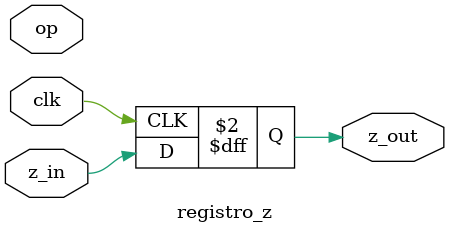
<source format=v>

module regfile(input  wire        clk,               // Señal de reloj
               input  wire        we3,               // Señal de habilitación de escritura
               input  wire [3:0]  ra1, ra2, wa3,     // Direcciones de regs leidos y reg a escribir 
               input  wire [7:0]  wd3,               // Dato a escribir
               output wire [7:0]  rd1, rd2);         // Datos leidos

  reg [7:0] regb[0:15]; //memoria de 16 registros de 8 bits de ancho
  //Se supone que se tendra 16 registros de 8 bit de ancho.

  initial
  begin
    $readmemb("regfile.dat",regb); // inicializa los registros a valores conocidos. Los datos los recoje
				    // de regfile.dat, 
				   //  por eso en regfile.dat hay 16 filas, porque regb[0:15] y cada fila
				   //  es de 8 bit de ancho reg[7:0]
  end  
  // El registro 0 siempre es cero
  // se leen dos reg combinacionalmente
  // y la escritura del tercero ocurre en flanco de subida del reloj
  always @(posedge clk)
    if (we3) regb[wa3] <= wd3;	// si se produce la señal de escritura, guardar el valor en nuestro banco de registros
  
  assign rd1 = (ra1 != 0) ? regb[ra1] : 0; // rd1 y rd2 toman los valores de entrada al registro ra1 y ra2
  assign rd2 = (ra2 != 0) ? regb[ra2] : 0; // en caso de no tener valores se le asigna el valor 0
endmodule

////////////////////////////////////////////////////////////////////////////////////////////////////////////////////////////////////
// Sumador  
module sum(input  wire [9:0] a, b, // Entradas uno de ellos siempre es 1
             output wire [9:0] y); // Salida que va hacia el multiplexor 

  assign y = a + b; // Suma a y b y lo manda por la salida y.
endmodule

////////////////////////////////////////////////////////////////////////////////////////////////////////////////////////////////////
// Registro para modelar el PC, cambia en cada flanco de subida de reloj o de reset
// Para que el PC apunte a la siguiente instrucción
module registro #(parameter WIDTH = 8) // NO APARECE EN EL DIBUJO ESTE REGISTRO, SE LE SUPONE ASOCIADO AL PC
              (input  wire clk, reset,    // Señales de clock y reset.
               input  wire [WIDTH-1:0] d, // Señal de entrada proveniente del multiplexor, en el dibujo 
					   // pone que debería ser de 10, no de 7
               output reg  [WIDTH-1:0] q); // Registro de salida que va a la memoria de programa, en el 
					   // dibujo pone que debería ser de 10, no de 7. 
	      
  always @(posedge clk, posedge reset)  // Siempre que haya un cambio de reloj o un reset:
    if (reset) q <= 0;                  // Si es un rest, el PC se pone a 0.
    else       q <= d;                  // Si no, el PC toma el valor de la entrada d.
endmodule

////////////////////////////////////////////////////////////////////////////////////////////////////////////////////////////////////
// Multiplexor 2, si s=1 sale d1, s=0 sale d0
module mux2 #(parameter WIDTH = 8)           // Constante, determina el ancho de las entradas y salidas.
             (input  wire [WIDTH-1:0] d0, d1,// Señales de entrada, una proviene de la ALU(d0) y otra 
					      // la memoria de programa().
              input  wire             s,     // Señal de s_inm que se usa cuando se quiere almacenar en 
					      // banco de registros un valor directo.
              output wire [WIDTH-1:0] y);   // Señal de salida que va hacia el Banco de Registros.

  assign y = s ? d1 : d0; // Si s=1, sale d1, si s=0 sale d1
endmodule

////////////////////////////////////////////////////////////////////////////////////////////////////////////////////////////////////
// Multiplexor antes del PC. 
module mux1 #(parameter WIDTH = 10)              // Constante, determina el ancho de las entradas y 		
						  // salidas.
             (input  wire [WIDTH-1:0] d0, d1,    // Señales de entrada, una proviene de la memoria de 
						  // programa(d0) y otra del sumador(d1).
              input  wire             s,        //  Señal de s_inc que se usa cuando es una operación 	
						 //  de salto
              output wire [WIDTH-1:0] y);       // Señal de salida que va hacia el PC.

  assign y = s ? d1 : d0; // Si s=1, sale d1, si s=0 sale d1
endmodule
//registro creado para solucionar el problema del almaceanr la señal z
module registro_z (input wire z_in, input wire clk, output reg z_out, input wire [2:0] op); // NO APARECE 

	always @(posedge clk)
	begin
	
    	      z_out <= z_in;
	      
        end
endmodule









</source>
